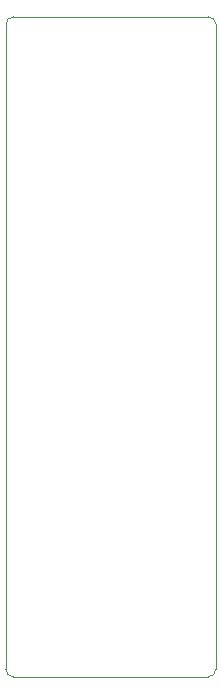
<source format=gm1>
G04 #@! TF.GenerationSoftware,KiCad,Pcbnew,6.0.9-8da3e8f707~116~ubuntu20.04.1*
G04 #@! TF.CreationDate,2022-12-23T11:35:35+01:00*
G04 #@! TF.ProjectId,pcm_dac,70636d5f-6461-4632-9e6b-696361645f70,rev?*
G04 #@! TF.SameCoordinates,Original*
G04 #@! TF.FileFunction,Profile,NP*
%FSLAX46Y46*%
G04 Gerber Fmt 4.6, Leading zero omitted, Abs format (unit mm)*
G04 Created by KiCad (PCBNEW 6.0.9-8da3e8f707~116~ubuntu20.04.1) date 2022-12-23 11:35:35*
%MOMM*%
%LPD*%
G01*
G04 APERTURE LIST*
G04 #@! TA.AperFunction,Profile*
%ADD10C,0.100000*%
G04 #@! TD*
G04 APERTURE END LIST*
D10*
X119380000Y-59055000D02*
X119380000Y-113665000D01*
X136525000Y-114300000D02*
G75*
G03*
X137160000Y-113665000I0J635000D01*
G01*
X137160000Y-59055000D02*
G75*
G03*
X136525000Y-58420000I-635000J0D01*
G01*
X119380000Y-113665000D02*
G75*
G03*
X120015000Y-114300000I635000J0D01*
G01*
X137160000Y-113665000D02*
X137160000Y-59055000D01*
X136525000Y-58420000D02*
X120015000Y-58420000D01*
X120015000Y-114300000D02*
X136525000Y-114300000D01*
X120015000Y-58420000D02*
G75*
G03*
X119380000Y-59055000I0J-635000D01*
G01*
M02*

</source>
